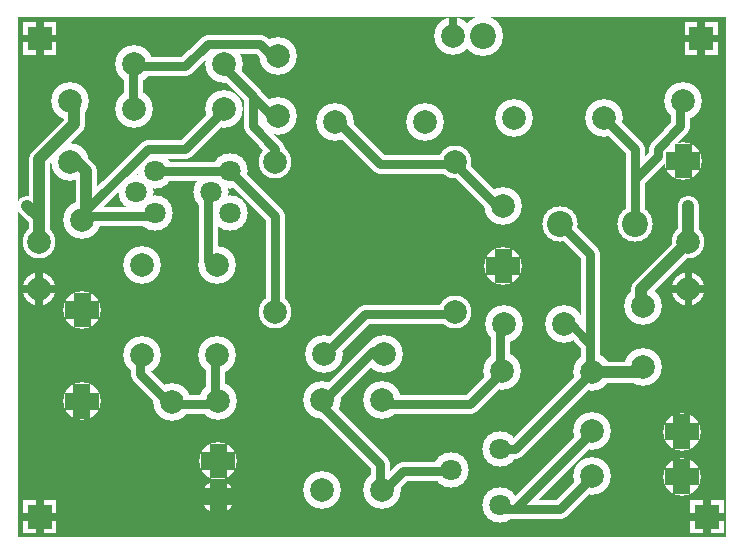
<source format=gbr>
%FSLAX34Y34*%
%MOMM*%
%LNCOPPER_BOTTOM*%
G71*
G01*
%ADD10C,2.800*%
%ADD11C,3.000*%
%ADD12C,3.200*%
%ADD13C,2.800*%
%ADD14C,3.000*%
%ADD15C,3.400*%
%ADD16C,1.600*%
%ADD17C,1.800*%
%ADD18C,1.700*%
%ADD19C,1.467*%
%ADD20C,0.667*%
%ADD21C,0.895*%
%ADD22C,2.000*%
%ADD23C,1.800*%
%ADD24C,2.000*%
%ADD25C,2.200*%
%ADD26C,0.800*%
%ADD27C,1.000*%
%ADD28C,0.900*%
%LPD*%
G36*
X-217850Y249650D02*
X382150Y249650D01*
X382150Y-190350D01*
X-217850Y-190350D01*
X-217850Y249650D01*
G37*
%LPC*%
X0Y127000D02*
G54D10*
D03*
X152400Y127000D02*
G54D10*
D03*
X0Y0D02*
G54D10*
D03*
X152400Y0D02*
G54D10*
D03*
X-101600Y119000D02*
G54D11*
D03*
X-117500Y101425D02*
G54D11*
D03*
X-101565Y83809D02*
G54D11*
D03*
X-38100Y119000D02*
G54D11*
D03*
X-54000Y101425D02*
G54D11*
D03*
X-38065Y83809D02*
G54D11*
D03*
X-112371Y-36625D02*
G54D12*
D03*
X-112321Y39625D02*
G54D12*
D03*
X-48871Y-36625D02*
G54D12*
D03*
X-48821Y39625D02*
G54D12*
D03*
X190500Y-115950D02*
G54D11*
D03*
X149200Y-133525D02*
G54D11*
D03*
X190535Y-163841D02*
G54D11*
D03*
X-48219Y-75341D02*
G54D12*
D03*
X-48107Y-126322D02*
G54D12*
D03*
X-163660Y-75856D02*
G54D12*
D03*
X-87410Y-75906D02*
G54D12*
D03*
X-163171Y1475D02*
G54D12*
D03*
X-163121Y77725D02*
G54D12*
D03*
X-119210Y209894D02*
G54D12*
D03*
X-42960Y209844D02*
G54D12*
D03*
X-119210Y171794D02*
G54D12*
D03*
X-42960Y171744D02*
G54D12*
D03*
X2581Y216759D02*
G54D12*
D03*
X2693Y165778D02*
G54D12*
D03*
X50380Y160954D02*
G54D12*
D03*
X126630Y160904D02*
G54D12*
D03*
X193081Y89759D02*
G54D12*
D03*
X193193Y38778D02*
G54D12*
D03*
X92572Y-35426D02*
G54D12*
D03*
X41591Y-35539D02*
G54D12*
D03*
X268140Y-101256D02*
G54D12*
D03*
X344390Y-101306D02*
G54D12*
D03*
X90829Y-150925D02*
G54D12*
D03*
X90879Y-74675D02*
G54D12*
D03*
X40029Y-150925D02*
G54D12*
D03*
X40079Y-74675D02*
G54D12*
D03*
X191940Y-50456D02*
G54D12*
D03*
X268190Y-50506D02*
G54D12*
D03*
X268140Y-139356D02*
G54D12*
D03*
X344390Y-139406D02*
G54D12*
D03*
X244972Y-10026D02*
G54D12*
D03*
X193991Y-10139D02*
G54D12*
D03*
X345481Y178659D02*
G54D12*
D03*
X345593Y127678D02*
G54D12*
D03*
X193193Y38778D02*
G54D13*
D03*
X40029Y-150925D02*
G54D13*
D03*
X344390Y-101306D02*
G54D13*
D03*
X344390Y-101306D02*
G54D13*
D03*
X344390Y-139406D02*
G54D13*
D03*
X241300Y74550D02*
G54D14*
D03*
X304800Y74550D02*
G54D14*
D03*
X345593Y127678D02*
G54D13*
D03*
X202472Y163783D02*
G54D12*
D03*
X278722Y163733D02*
G54D12*
D03*
X278722Y163733D02*
G54D12*
D03*
X-163660Y-75856D02*
G54D13*
D03*
X-163171Y1475D02*
G54D13*
D03*
X-173319Y178159D02*
G54D12*
D03*
X-173207Y127178D02*
G54D12*
D03*
X150475Y233175D02*
G54D12*
D03*
X175975Y233175D02*
G54D15*
D03*
G54D16*
X-163121Y77725D02*
X-165100Y74550D01*
X-158750Y80900D01*
X-101600Y80900D01*
X-101565Y83809D01*
G54D16*
X-87410Y-75906D02*
X-88900Y-77850D01*
X-114300Y-52450D01*
X-114300Y-39750D01*
X-112371Y-36625D01*
G54D16*
X-48219Y-75341D02*
X-50800Y-77850D01*
X-50800Y-39750D01*
X-48871Y-36625D01*
G54D16*
X40079Y-74675D02*
X38100Y-77850D01*
X82550Y-33400D01*
X95250Y-33400D01*
X92572Y-35426D01*
G54D16*
X41591Y-35539D02*
X44450Y-33400D01*
X76200Y-1650D01*
X152400Y-1650D01*
X152400Y0D01*
G54D16*
X40079Y-74675D02*
X38100Y-77850D01*
X88900Y-128650D01*
X88900Y-154050D01*
X90829Y-150925D01*
G54D16*
X191940Y-50456D02*
X190500Y-52450D01*
X165100Y-77850D01*
X88900Y-77850D01*
X90879Y-74675D01*
G54D16*
X90829Y-150925D02*
X88900Y-154050D01*
X107950Y-135000D01*
X146050Y-135000D01*
X149200Y-133525D01*
G54D16*
X268190Y-50506D02*
X266700Y-52450D01*
X203200Y-115950D01*
X190500Y-115950D01*
G54D16*
X268140Y-101256D02*
X266700Y-103250D01*
X203200Y-166750D01*
X190500Y-166750D01*
X190535Y-163841D01*
G54D16*
X268140Y-139356D02*
X266700Y-141350D01*
X241300Y-166750D01*
X190500Y-166750D01*
X190535Y-163841D01*
G54D16*
X193991Y-10139D02*
X196850Y-8000D01*
X190500Y-14350D01*
X190500Y-52450D01*
X191940Y-50456D01*
G54D16*
X244972Y-10026D02*
X247650Y-8000D01*
X266700Y-27050D01*
X266700Y-52450D01*
X268190Y-50506D01*
G54D16*
X241300Y74550D02*
X266700Y49150D01*
X266700Y-52450D01*
X268190Y-50506D01*
G54D16*
X304800Y112650D02*
X323850Y131700D01*
X323850Y138050D01*
X342900Y157100D01*
X342900Y176150D01*
X345481Y178659D01*
G54D16*
X278722Y163733D02*
X279400Y163450D01*
X304800Y138050D01*
X304800Y74550D01*
G54D16*
X193081Y89759D02*
X190500Y87250D01*
X152400Y125350D01*
X152400Y127000D01*
G54D16*
X50380Y160954D02*
X50800Y163450D01*
X88900Y125350D01*
X152400Y125350D01*
X152400Y127000D01*
G54D16*
X-38100Y119000D02*
X0Y80900D01*
X0Y-1650D01*
X0Y0D01*
G54D16*
X-48821Y39625D02*
X-50800Y36450D01*
X-57150Y42800D01*
X-57150Y99950D01*
X-54000Y101425D01*
G54D16*
X-38100Y119000D02*
X-101600Y119000D01*
G54D16*
X-42960Y171744D02*
X-44450Y169800D01*
X-76200Y138050D01*
X-107950Y138050D01*
X-165100Y80900D01*
X-165100Y74550D01*
X-163121Y77725D01*
G54D16*
X-42960Y209844D02*
X-44450Y207900D01*
X-19050Y182500D01*
X-19050Y157100D01*
X0Y138050D01*
X0Y125350D01*
X0Y127000D01*
G54D16*
X2693Y165778D02*
X0Y163450D01*
X-44450Y207900D01*
X-42960Y209844D01*
G54D16*
X2581Y216759D02*
X0Y214250D01*
X-12700Y226950D01*
X-57150Y226950D01*
X-76200Y207900D01*
X-120650Y207900D01*
X-119210Y209894D01*
G54D16*
X-87410Y-75906D02*
X-88900Y-77850D01*
X-50800Y-77850D01*
X-48219Y-75341D01*
X-48107Y-126322D02*
G54D13*
D03*
G54D16*
X-119210Y171794D02*
X-120650Y169800D01*
X-120650Y207900D01*
X-119210Y209894D01*
G36*
X346726Y245487D02*
X374726Y245487D01*
X374726Y217487D01*
X346726Y217487D01*
X346726Y245487D01*
G37*
X-48107Y-156322D02*
G54D13*
D03*
X-199971Y59075D02*
G54D10*
D03*
X-199971Y19075D02*
G54D10*
D03*
X311781Y4659D02*
G54D12*
D03*
X311893Y-46322D02*
G54D12*
D03*
X311893Y-46322D02*
G54D13*
D03*
X350029Y59075D02*
G54D10*
D03*
X350029Y19075D02*
G54D10*
D03*
G54D17*
X-199971Y59075D02*
X-199971Y129075D01*
X-169971Y159075D01*
X-169971Y179075D01*
X-173319Y178159D01*
G54D17*
X-173207Y127178D02*
X-169971Y129075D01*
X-159971Y119075D01*
X-159971Y79075D01*
X-163121Y77725D01*
G54D17*
X350029Y59075D02*
X310029Y19075D01*
X310029Y9075D01*
X311781Y4659D01*
G54D17*
X311893Y-46322D02*
X310029Y-50925D01*
X270029Y-50925D01*
X268190Y-50506D01*
X-210000Y90000D02*
G54D18*
D03*
X350000Y90000D02*
G54D18*
D03*
G54D17*
X-210000Y90000D02*
X-200000Y80000D01*
X-200000Y60000D01*
X-199971Y59075D01*
G54D17*
X350000Y90000D02*
X350000Y60000D01*
X350029Y59075D01*
G36*
X-213274Y245487D02*
X-185274Y245487D01*
X-185274Y217487D01*
X-213274Y217487D01*
X-213274Y245487D01*
G37*
G36*
X-213274Y-159513D02*
X-185274Y-159513D01*
X-185274Y-187513D01*
X-213274Y-187513D01*
X-213274Y-159513D01*
G37*
G36*
X351726Y-159513D02*
X379726Y-159513D01*
X379726Y-187513D01*
X351726Y-187513D01*
X351726Y-159513D01*
G37*
%LPD*%
G54D19*
G36*
X185860Y38778D02*
X185860Y53278D01*
X200527Y53278D01*
X200527Y38778D01*
X185860Y38778D01*
G37*
G36*
X193193Y46112D02*
X207693Y46112D01*
X207693Y31445D01*
X193193Y31445D01*
X193193Y46112D01*
G37*
G36*
X200527Y38778D02*
X200527Y24278D01*
X185860Y24278D01*
X185860Y38778D01*
X200527Y38778D01*
G37*
G36*
X193193Y31445D02*
X178693Y31445D01*
X178693Y46112D01*
X193193Y46112D01*
X193193Y31445D01*
G37*
G54D19*
G36*
X337057Y-101306D02*
X337057Y-86806D01*
X351723Y-86806D01*
X351723Y-101306D01*
X337057Y-101306D01*
G37*
G36*
X344390Y-93972D02*
X358890Y-93972D01*
X358890Y-108639D01*
X344390Y-108639D01*
X344390Y-93972D01*
G37*
G36*
X351723Y-101306D02*
X351723Y-115806D01*
X337057Y-115806D01*
X337057Y-101306D01*
X351723Y-101306D01*
G37*
G36*
X344390Y-108639D02*
X329890Y-108639D01*
X329890Y-93972D01*
X344390Y-93972D01*
X344390Y-108639D01*
G37*
G54D19*
G36*
X337057Y-101306D02*
X337057Y-86806D01*
X351723Y-86806D01*
X351723Y-101306D01*
X337057Y-101306D01*
G37*
G36*
X344390Y-93972D02*
X358890Y-93972D01*
X358890Y-108639D01*
X344390Y-108639D01*
X344390Y-93972D01*
G37*
G36*
X351723Y-101306D02*
X351723Y-115806D01*
X337057Y-115806D01*
X337057Y-101306D01*
X351723Y-101306D01*
G37*
G36*
X344390Y-108639D02*
X329890Y-108639D01*
X329890Y-93972D01*
X344390Y-93972D01*
X344390Y-108639D01*
G37*
G54D19*
G36*
X337057Y-139406D02*
X337057Y-124906D01*
X351723Y-124906D01*
X351723Y-139406D01*
X337057Y-139406D01*
G37*
G36*
X344390Y-132072D02*
X358890Y-132072D01*
X358890Y-146739D01*
X344390Y-146739D01*
X344390Y-132072D01*
G37*
G36*
X351723Y-139406D02*
X351723Y-153906D01*
X337057Y-153906D01*
X337057Y-139406D01*
X351723Y-139406D01*
G37*
G36*
X344390Y-146739D02*
X329890Y-146739D01*
X329890Y-132072D01*
X344390Y-132072D01*
X344390Y-146739D01*
G37*
G54D19*
G36*
X338260Y127678D02*
X338260Y142178D01*
X352927Y142178D01*
X352927Y127678D01*
X338260Y127678D01*
G37*
G36*
X345593Y135012D02*
X360093Y135012D01*
X360093Y120345D01*
X345593Y120345D01*
X345593Y135012D01*
G37*
G36*
X352927Y127678D02*
X352927Y113178D01*
X338260Y113178D01*
X338260Y127678D01*
X352927Y127678D01*
G37*
G36*
X345593Y120345D02*
X331093Y120345D01*
X331093Y135012D01*
X345593Y135012D01*
X345593Y120345D01*
G37*
G54D19*
G36*
X-170993Y-75856D02*
X-170993Y-61356D01*
X-156327Y-61356D01*
X-156327Y-75856D01*
X-170993Y-75856D01*
G37*
G36*
X-163660Y-68522D02*
X-149160Y-68522D01*
X-149160Y-83189D01*
X-163660Y-83189D01*
X-163660Y-68522D01*
G37*
G36*
X-156327Y-75856D02*
X-156327Y-90356D01*
X-170993Y-90356D01*
X-170993Y-75856D01*
X-156327Y-75856D01*
G37*
G36*
X-163660Y-83189D02*
X-178160Y-83189D01*
X-178160Y-68522D01*
X-163660Y-68522D01*
X-163660Y-83189D01*
G37*
G54D19*
G36*
X-170504Y1475D02*
X-170504Y15975D01*
X-155838Y15975D01*
X-155838Y1475D01*
X-170504Y1475D01*
G37*
G36*
X-163171Y8808D02*
X-148671Y8808D01*
X-148671Y-5858D01*
X-163171Y-5858D01*
X-163171Y8808D01*
G37*
G36*
X-155838Y1475D02*
X-155838Y-13025D01*
X-170504Y-13025D01*
X-170504Y1475D01*
X-155838Y1475D01*
G37*
G36*
X-163171Y-5858D02*
X-177671Y-5858D01*
X-177671Y8808D01*
X-163171Y8808D01*
X-163171Y-5858D01*
G37*
G54D20*
G36*
X147142Y233175D02*
X147142Y249675D01*
X153808Y249675D01*
X153808Y233175D01*
X147142Y233175D01*
G37*
G54D21*
G54D19*
G36*
X-55440Y-126322D02*
X-55440Y-111822D01*
X-40773Y-111822D01*
X-40773Y-126322D01*
X-55440Y-126322D01*
G37*
G36*
X-48107Y-118988D02*
X-33607Y-118988D01*
X-33607Y-133655D01*
X-48107Y-133655D01*
X-48107Y-118988D01*
G37*
G36*
X-40773Y-126322D02*
X-40773Y-140822D01*
X-55440Y-140822D01*
X-55440Y-126322D01*
X-40773Y-126322D01*
G37*
G36*
X-48107Y-133655D02*
X-62607Y-133655D01*
X-62607Y-118988D01*
X-48107Y-118988D01*
X-48107Y-133655D01*
G37*
G54D20*
G36*
X357393Y231487D02*
X357393Y245987D01*
X364059Y245987D01*
X364059Y231487D01*
X357393Y231487D01*
G37*
G36*
X360726Y234820D02*
X375226Y234820D01*
X375226Y228154D01*
X360726Y228154D01*
X360726Y234820D01*
G37*
G36*
X364059Y231487D02*
X364059Y216987D01*
X357393Y216987D01*
X357393Y231487D01*
X364059Y231487D01*
G37*
G36*
X360726Y228154D02*
X346226Y228154D01*
X346226Y234820D01*
X360726Y234820D01*
X360726Y228154D01*
G37*
G54D19*
G36*
X-55440Y-156322D02*
X-55440Y-141822D01*
X-40773Y-141822D01*
X-40773Y-156322D01*
X-55440Y-156322D01*
G37*
G36*
X-48107Y-148988D02*
X-33607Y-148988D01*
X-33607Y-163655D01*
X-48107Y-163655D01*
X-48107Y-148988D01*
G37*
G36*
X-40773Y-156322D02*
X-40773Y-170822D01*
X-55440Y-170822D01*
X-55440Y-156322D01*
X-40773Y-156322D01*
G37*
G36*
X-48107Y-163655D02*
X-62607Y-163655D01*
X-62607Y-148988D01*
X-48107Y-148988D01*
X-48107Y-163655D01*
G37*
G54D20*
G36*
X-203304Y19075D02*
X-203304Y33575D01*
X-196638Y33575D01*
X-196638Y19075D01*
X-203304Y19075D01*
G37*
G36*
X-199971Y22408D02*
X-185471Y22408D01*
X-185471Y15742D01*
X-199971Y15742D01*
X-199971Y22408D01*
G37*
G36*
X-196638Y19075D02*
X-196638Y4575D01*
X-203304Y4575D01*
X-203304Y19075D01*
X-196638Y19075D01*
G37*
G36*
X-199971Y15742D02*
X-214471Y15742D01*
X-214471Y22408D01*
X-199971Y22408D01*
X-199971Y15742D01*
G37*
G54D20*
G36*
X346696Y19075D02*
X346696Y33575D01*
X353362Y33575D01*
X353362Y19075D01*
X346696Y19075D01*
G37*
G36*
X350029Y22408D02*
X364529Y22408D01*
X364529Y15742D01*
X350029Y15742D01*
X350029Y22408D01*
G37*
G36*
X353362Y19075D02*
X353362Y4575D01*
X346696Y4575D01*
X346696Y19075D01*
X353362Y19075D01*
G37*
G36*
X350029Y15742D02*
X335529Y15742D01*
X335529Y22408D01*
X350029Y22408D01*
X350029Y15742D01*
G37*
G54D20*
G36*
X-202607Y231487D02*
X-202607Y245987D01*
X-195941Y245987D01*
X-195941Y231487D01*
X-202607Y231487D01*
G37*
G36*
X-199274Y234820D02*
X-184774Y234820D01*
X-184774Y228154D01*
X-199274Y228154D01*
X-199274Y234820D01*
G37*
G36*
X-195941Y231487D02*
X-195941Y216987D01*
X-202607Y216987D01*
X-202607Y231487D01*
X-195941Y231487D01*
G37*
G36*
X-199274Y228154D02*
X-213774Y228154D01*
X-213774Y234820D01*
X-199274Y234820D01*
X-199274Y228154D01*
G37*
G54D20*
G36*
X-202607Y-173513D02*
X-202607Y-159013D01*
X-195941Y-159013D01*
X-195941Y-173513D01*
X-202607Y-173513D01*
G37*
G36*
X-199274Y-170180D02*
X-184774Y-170180D01*
X-184774Y-176846D01*
X-199274Y-176846D01*
X-199274Y-170180D01*
G37*
G36*
X-195941Y-173513D02*
X-195941Y-188013D01*
X-202607Y-188013D01*
X-202607Y-173513D01*
X-195941Y-173513D01*
G37*
G36*
X-199274Y-176846D02*
X-213774Y-176846D01*
X-213774Y-170180D01*
X-199274Y-170180D01*
X-199274Y-176846D01*
G37*
G54D20*
G36*
X362393Y-173513D02*
X362393Y-159013D01*
X369059Y-159013D01*
X369059Y-173513D01*
X362393Y-173513D01*
G37*
G36*
X365726Y-170180D02*
X380226Y-170180D01*
X380226Y-176846D01*
X365726Y-176846D01*
X365726Y-170180D01*
G37*
G36*
X369059Y-173513D02*
X369059Y-188013D01*
X362393Y-188013D01*
X362393Y-173513D01*
X369059Y-173513D01*
G37*
G36*
X365726Y-176846D02*
X351226Y-176846D01*
X351226Y-170180D01*
X365726Y-170180D01*
X365726Y-176846D01*
G37*
X0Y127000D02*
G54D22*
D03*
X152400Y127000D02*
G54D22*
D03*
X0Y0D02*
G54D22*
D03*
X152400Y0D02*
G54D22*
D03*
X-101600Y119000D02*
G54D23*
D03*
X-117500Y101425D02*
G54D23*
D03*
X-101565Y83809D02*
G54D23*
D03*
X-38100Y119000D02*
G54D23*
D03*
X-54000Y101425D02*
G54D23*
D03*
X-38065Y83809D02*
G54D23*
D03*
X-112371Y-36625D02*
G54D22*
D03*
X-112321Y39625D02*
G54D22*
D03*
X-48871Y-36625D02*
G54D22*
D03*
X-48821Y39625D02*
G54D22*
D03*
X190500Y-115950D02*
G54D23*
D03*
X149200Y-133525D02*
G54D23*
D03*
X190535Y-163841D02*
G54D23*
D03*
X-48219Y-75341D02*
G54D22*
D03*
X-48107Y-126322D02*
G54D22*
D03*
X-163660Y-75856D02*
G54D22*
D03*
X-87410Y-75906D02*
G54D22*
D03*
X-163171Y1475D02*
G54D22*
D03*
X-163121Y77725D02*
G54D22*
D03*
X-119210Y209894D02*
G54D22*
D03*
X-42960Y209844D02*
G54D22*
D03*
X-119210Y171794D02*
G54D22*
D03*
X-42960Y171744D02*
G54D22*
D03*
X2581Y216759D02*
G54D22*
D03*
X2693Y165778D02*
G54D22*
D03*
X50380Y160954D02*
G54D22*
D03*
X126630Y160904D02*
G54D22*
D03*
X193081Y89759D02*
G54D22*
D03*
X193193Y38778D02*
G54D22*
D03*
X92572Y-35426D02*
G54D22*
D03*
X41591Y-35539D02*
G54D22*
D03*
X268140Y-101256D02*
G54D22*
D03*
X344390Y-101306D02*
G54D22*
D03*
X90829Y-150925D02*
G54D22*
D03*
X90879Y-74675D02*
G54D22*
D03*
X40029Y-150925D02*
G54D22*
D03*
X40079Y-74675D02*
G54D22*
D03*
X191940Y-50456D02*
G54D22*
D03*
X268190Y-50506D02*
G54D22*
D03*
X268140Y-139356D02*
G54D22*
D03*
X344390Y-139406D02*
G54D22*
D03*
X244972Y-10026D02*
G54D22*
D03*
X193991Y-10139D02*
G54D22*
D03*
X345481Y178659D02*
G54D22*
D03*
X345593Y127678D02*
G54D22*
D03*
X193193Y38778D02*
G54D24*
D03*
X40029Y-150925D02*
G54D24*
D03*
X344390Y-101306D02*
G54D24*
D03*
X344390Y-101306D02*
G54D24*
D03*
X344390Y-139406D02*
G54D24*
D03*
X241300Y74550D02*
G54D25*
D03*
X304800Y74550D02*
G54D25*
D03*
X345593Y127678D02*
G54D24*
D03*
X202472Y163783D02*
G54D22*
D03*
X278722Y163733D02*
G54D22*
D03*
X278722Y163733D02*
G54D22*
D03*
X-163660Y-75856D02*
G54D24*
D03*
X-163171Y1475D02*
G54D24*
D03*
X-173319Y178159D02*
G54D22*
D03*
X-173207Y127178D02*
G54D22*
D03*
X150475Y233175D02*
G54D22*
D03*
X175975Y233175D02*
G54D25*
D03*
G54D26*
X-163121Y77725D02*
X-165100Y74550D01*
X-158750Y80900D01*
X-101600Y80900D01*
X-101565Y83809D01*
G54D26*
X-87410Y-75906D02*
X-88900Y-77850D01*
X-114300Y-52450D01*
X-114300Y-39750D01*
X-112371Y-36625D01*
G54D26*
X-48219Y-75341D02*
X-50800Y-77850D01*
X-50800Y-39750D01*
X-48871Y-36625D01*
G54D26*
X40079Y-74675D02*
X38100Y-77850D01*
X82550Y-33400D01*
X95250Y-33400D01*
X92572Y-35426D01*
G54D26*
X41591Y-35539D02*
X44450Y-33400D01*
X76200Y-1650D01*
X152400Y-1650D01*
X152400Y0D01*
G54D26*
X40079Y-74675D02*
X38100Y-77850D01*
X88900Y-128650D01*
X88900Y-154050D01*
X90829Y-150925D01*
G54D26*
X191940Y-50456D02*
X190500Y-52450D01*
X165100Y-77850D01*
X88900Y-77850D01*
X90879Y-74675D01*
G54D26*
X90829Y-150925D02*
X88900Y-154050D01*
X107950Y-135000D01*
X146050Y-135000D01*
X149200Y-133525D01*
G54D26*
X268190Y-50506D02*
X266700Y-52450D01*
X203200Y-115950D01*
X190500Y-115950D01*
G54D26*
X268140Y-101256D02*
X266700Y-103250D01*
X203200Y-166750D01*
X190500Y-166750D01*
X190535Y-163841D01*
G54D26*
X268140Y-139356D02*
X266700Y-141350D01*
X241300Y-166750D01*
X190500Y-166750D01*
X190535Y-163841D01*
G54D26*
X193991Y-10139D02*
X196850Y-8000D01*
X190500Y-14350D01*
X190500Y-52450D01*
X191940Y-50456D01*
G54D26*
X244972Y-10026D02*
X247650Y-8000D01*
X266700Y-27050D01*
X266700Y-52450D01*
X268190Y-50506D01*
G54D26*
X241300Y74550D02*
X266700Y49150D01*
X266700Y-52450D01*
X268190Y-50506D01*
G54D26*
X304800Y112650D02*
X323850Y131700D01*
X323850Y138050D01*
X342900Y157100D01*
X342900Y176150D01*
X345481Y178659D01*
G54D26*
X278722Y163733D02*
X279400Y163450D01*
X304800Y138050D01*
X304800Y74550D01*
G54D26*
X193081Y89759D02*
X190500Y87250D01*
X152400Y125350D01*
X152400Y127000D01*
G54D26*
X50380Y160954D02*
X50800Y163450D01*
X88900Y125350D01*
X152400Y125350D01*
X152400Y127000D01*
G54D26*
X-38100Y119000D02*
X0Y80900D01*
X0Y-1650D01*
X0Y0D01*
G54D26*
X-48821Y39625D02*
X-50800Y36450D01*
X-57150Y42800D01*
X-57150Y99950D01*
X-54000Y101425D01*
G54D26*
X-38100Y119000D02*
X-101600Y119000D01*
G54D26*
X-42960Y171744D02*
X-44450Y169800D01*
X-76200Y138050D01*
X-107950Y138050D01*
X-165100Y80900D01*
X-165100Y74550D01*
X-163121Y77725D01*
G54D26*
X-42960Y209844D02*
X-44450Y207900D01*
X-19050Y182500D01*
X-19050Y157100D01*
X0Y138050D01*
X0Y125350D01*
X0Y127000D01*
G54D26*
X2693Y165778D02*
X0Y163450D01*
X-44450Y207900D01*
X-42960Y209844D01*
G54D26*
X2581Y216759D02*
X0Y214250D01*
X-12700Y226950D01*
X-57150Y226950D01*
X-76200Y207900D01*
X-120650Y207900D01*
X-119210Y209894D01*
G54D26*
X-87410Y-75906D02*
X-88900Y-77850D01*
X-50800Y-77850D01*
X-48219Y-75341D01*
X-48107Y-126322D02*
G54D24*
D03*
G54D26*
X-119210Y171794D02*
X-120650Y169800D01*
X-120650Y207900D01*
X-119210Y209894D01*
G36*
X350726Y241487D02*
X370726Y241487D01*
X370726Y221487D01*
X350726Y221487D01*
X350726Y241487D01*
G37*
X-48107Y-156322D02*
G54D24*
D03*
X-199971Y59075D02*
G54D22*
D03*
X-199971Y19075D02*
G54D22*
D03*
X311781Y4659D02*
G54D22*
D03*
X311893Y-46322D02*
G54D22*
D03*
X311893Y-46322D02*
G54D24*
D03*
X350029Y59075D02*
G54D22*
D03*
X350029Y19075D02*
G54D22*
D03*
G54D27*
X-199971Y59075D02*
X-199971Y129075D01*
X-169971Y159075D01*
X-169971Y179075D01*
X-173319Y178159D01*
G54D27*
X-173207Y127178D02*
X-169971Y129075D01*
X-159971Y119075D01*
X-159971Y79075D01*
X-163121Y77725D01*
G54D27*
X350029Y59075D02*
X310029Y19075D01*
X310029Y9075D01*
X311781Y4659D01*
G54D27*
X311893Y-46322D02*
X310029Y-50925D01*
X270029Y-50925D01*
X268190Y-50506D01*
X-210000Y90000D02*
G54D28*
D03*
X350000Y90000D02*
G54D28*
D03*
G54D27*
X-210000Y90000D02*
X-200000Y80000D01*
X-200000Y60000D01*
X-199971Y59075D01*
G54D27*
X350000Y90000D02*
X350000Y60000D01*
X350029Y59075D01*
G36*
X-209274Y241487D02*
X-189274Y241487D01*
X-189274Y221487D01*
X-209274Y221487D01*
X-209274Y241487D01*
G37*
G36*
X-209274Y-163513D02*
X-189274Y-163513D01*
X-189274Y-183513D01*
X-209274Y-183513D01*
X-209274Y-163513D01*
G37*
G36*
X355726Y-163513D02*
X375726Y-163513D01*
X375726Y-183513D01*
X355726Y-183513D01*
X355726Y-163513D01*
G37*
M02*

</source>
